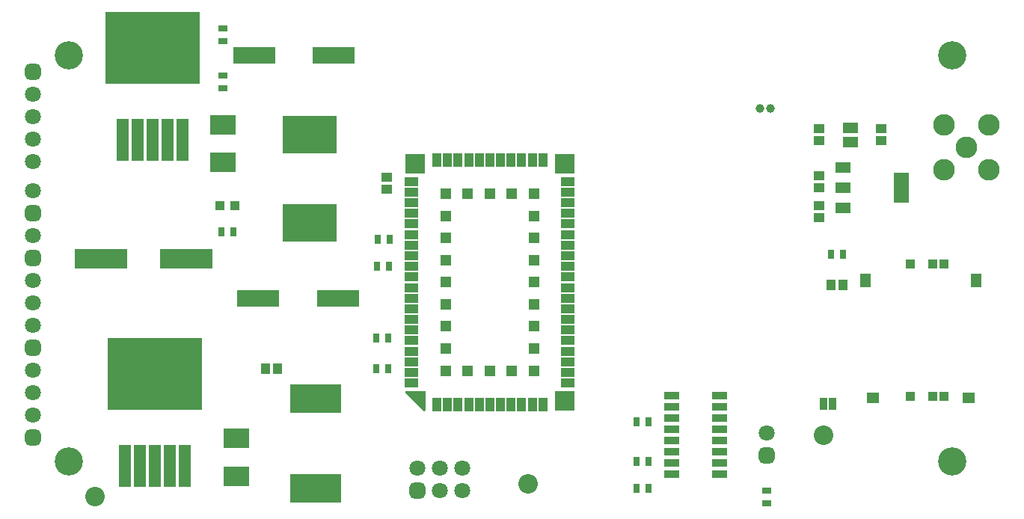
<source format=gts>
G04*
G04 #@! TF.GenerationSoftware,Altium Limited,Altium Designer,22.8.2 (66)*
G04*
G04 Layer_Color=8388736*
%FSLAX44Y44*%
%MOMM*%
G71*
G04*
G04 #@! TF.SameCoordinates,4CF3C48C-3265-4FA0-8EEF-0F06EE1AF109*
G04*
G04*
G04 #@! TF.FilePolarity,Negative*
G04*
G01*
G75*
%ADD14R,1.6732X1.1932*%
%ADD15R,0.7032X1.0032*%
%ADD16R,1.1032X1.0032*%
%ADD17R,1.4032X1.1532*%
%ADD18R,1.1532X1.6032*%
%ADD19R,5.9032X2.2032*%
%ADD20R,0.8382X1.4732*%
%ADD21C,2.2032*%
%ADD22R,1.0032X1.5032*%
%ADD23C,0.7032*%
%ADD24R,1.5032X1.0032*%
%ADD25R,1.3032X1.3032*%
%ADD26R,2.3032X2.3032*%
%ADD27R,5.8032X3.3032*%
%ADD28R,1.7532X0.8532*%
%ADD29R,6.2032X4.2032*%
%ADD30R,0.9832X1.1832*%
%ADD31R,4.7032X1.8532*%
%ADD32R,1.1832X0.9832*%
%ADD33R,1.0032X0.7032*%
%ADD34R,1.6532X1.1532*%
%ADD35R,1.6532X3.4532*%
%ADD36R,2.9032X2.2532*%
%ADD37R,10.7032X8.2032*%
%ADD38R,1.4032X4.8032*%
%ADD39R,1.0032X1.0032*%
%ADD40C,1.8032*%
G04:AMPARAMS|DCode=41|XSize=1.8032mm|YSize=1.8032mm|CornerRadius=0.5016mm|HoleSize=0mm|Usage=FLASHONLY|Rotation=180.000|XOffset=0mm|YOffset=0mm|HoleType=Round|Shape=RoundedRectangle|*
%AMROUNDEDRECTD41*
21,1,1.8032,0.8000,0,0,180.0*
21,1,0.8000,1.8032,0,0,180.0*
1,1,1.0032,-0.4000,0.4000*
1,1,1.0032,0.4000,0.4000*
1,1,1.0032,0.4000,-0.4000*
1,1,1.0032,-0.4000,-0.4000*
%
%ADD41ROUNDEDRECTD41*%
%ADD42C,3.2032*%
G04:AMPARAMS|DCode=43|XSize=1.8032mm|YSize=1.8032mm|CornerRadius=0.5016mm|HoleSize=0mm|Usage=FLASHONLY|Rotation=90.000|XOffset=0mm|YOffset=0mm|HoleType=Round|Shape=RoundedRectangle|*
%AMROUNDEDRECTD43*
21,1,1.8032,0.8000,0,0,90.0*
21,1,0.8000,1.8032,0,0,90.0*
1,1,1.0032,0.4000,0.4000*
1,1,1.0032,0.4000,-0.4000*
1,1,1.0032,-0.4000,-0.4000*
1,1,1.0032,-0.4000,0.4000*
%
%ADD43ROUNDEDRECTD43*%
%ADD44C,1.0032*%
%ADD45C,2.4532*%
G36*
X463133Y140009D02*
X463264Y139984D01*
X463390Y139941D01*
X463509Y139882D01*
X463620Y139808D01*
X463720Y139720D01*
X463808Y139620D01*
X463882Y139509D01*
X463941Y139390D01*
X463983Y139263D01*
X464010Y139133D01*
X464018Y139000D01*
Y118000D01*
X464010Y117867D01*
X463983Y117737D01*
X463941Y117610D01*
X463882Y117491D01*
X463808Y117380D01*
X463720Y117280D01*
X463620Y117192D01*
X463509Y117118D01*
X463390Y117059D01*
X463264Y117016D01*
X463133Y116990D01*
X463000Y116982D01*
X462867Y116990D01*
X462737Y117016D01*
X462610Y117059D01*
X462491Y117118D01*
X462380Y117192D01*
X462280Y117280D01*
X441280Y138280D01*
X441192Y138380D01*
X441118Y138491D01*
X441059Y138610D01*
X441017Y138736D01*
X440990Y138867D01*
X440982Y139000D01*
X440990Y139133D01*
X441017Y139263D01*
X441059Y139390D01*
X441118Y139509D01*
X441192Y139620D01*
X441280Y139720D01*
X441380Y139808D01*
X441491Y139882D01*
X441610Y139941D01*
X441736Y139984D01*
X441867Y140009D01*
X442000Y140018D01*
X463000D01*
X463133Y140009D01*
D02*
G37*
D14*
X945000Y438200D02*
D03*
Y421800D02*
D03*
D15*
X717000Y30000D02*
D03*
X703000D02*
D03*
Y105000D02*
D03*
X717000D02*
D03*
X247000Y320000D02*
D03*
X233000D02*
D03*
X717000Y60000D02*
D03*
X703000D02*
D03*
X923000Y295000D02*
D03*
X937000D02*
D03*
X423000Y281000D02*
D03*
X409000D02*
D03*
X424000Y312000D02*
D03*
X410000D02*
D03*
X422000Y200000D02*
D03*
X408000D02*
D03*
X422000Y165000D02*
D03*
X408000D02*
D03*
D16*
X1050700Y134150D02*
D03*
X1038300D02*
D03*
X1012900D02*
D03*
X1050700Y283550D02*
D03*
X1038300D02*
D03*
X1012900D02*
D03*
D17*
X970750Y131850D02*
D03*
X1079250D02*
D03*
D18*
X962400Y264950D02*
D03*
X1087600D02*
D03*
D19*
X193500Y290000D02*
D03*
X96500D02*
D03*
D20*
X915000Y125000D02*
D03*
X925000D02*
D03*
D21*
X915000Y90000D02*
D03*
X90000Y20000D02*
D03*
X580000Y35000D02*
D03*
D22*
X513000Y124500D02*
D03*
X477000D02*
D03*
X489000D02*
D03*
X501000D02*
D03*
X525000D02*
D03*
X537000D02*
D03*
X549000D02*
D03*
X561000D02*
D03*
X573000D02*
D03*
X585000D02*
D03*
X597000D02*
D03*
X501002Y401500D02*
D03*
X549002D02*
D03*
X525002D02*
D03*
X537002D02*
D03*
X489002D02*
D03*
X477002D02*
D03*
X513002D02*
D03*
X561002D02*
D03*
X573002D02*
D03*
X585002D02*
D03*
X597001D02*
D03*
D23*
X458000Y133500D02*
D03*
D24*
X448500Y149000D02*
D03*
Y161000D02*
D03*
Y173000D02*
D03*
Y185000D02*
D03*
Y197000D02*
D03*
Y209000D02*
D03*
Y221000D02*
D03*
Y233000D02*
D03*
Y245000D02*
D03*
X625500Y149000D02*
D03*
Y197000D02*
D03*
Y173000D02*
D03*
Y221000D02*
D03*
Y209000D02*
D03*
Y233000D02*
D03*
Y185000D02*
D03*
Y161000D02*
D03*
Y245000D02*
D03*
X448500Y257000D02*
D03*
Y269000D02*
D03*
Y281000D02*
D03*
Y293000D02*
D03*
Y305000D02*
D03*
Y317000D02*
D03*
Y329000D02*
D03*
Y341000D02*
D03*
Y353000D02*
D03*
Y365000D02*
D03*
Y377000D02*
D03*
X625500Y305000D02*
D03*
Y341000D02*
D03*
Y293000D02*
D03*
Y269000D02*
D03*
Y317000D02*
D03*
Y257000D02*
D03*
Y281000D02*
D03*
Y329000D02*
D03*
Y353000D02*
D03*
Y377000D02*
D03*
Y365000D02*
D03*
D25*
X487000Y163000D02*
D03*
X562000D02*
D03*
X537002D02*
D03*
X512000D02*
D03*
X487000Y188000D02*
D03*
Y213000D02*
D03*
Y238000D02*
D03*
X587003Y188000D02*
D03*
Y213000D02*
D03*
Y163000D02*
D03*
Y238000D02*
D03*
X487000Y263000D02*
D03*
Y288000D02*
D03*
Y313000D02*
D03*
X587003D02*
D03*
X487000Y338000D02*
D03*
X537002Y363000D02*
D03*
X512000D02*
D03*
X487000D02*
D03*
X562000D02*
D03*
X587000D02*
D03*
X587003Y288000D02*
D03*
Y263000D02*
D03*
Y338000D02*
D03*
D26*
X621500Y128500D02*
D03*
X452500Y397500D02*
D03*
X621500D02*
D03*
D27*
X340000Y30000D02*
D03*
Y131000D02*
D03*
D28*
X742750Y45550D02*
D03*
Y58250D02*
D03*
Y70950D02*
D03*
Y83650D02*
D03*
Y96350D02*
D03*
Y109050D02*
D03*
Y121750D02*
D03*
Y134450D02*
D03*
X797250D02*
D03*
Y121750D02*
D03*
Y109050D02*
D03*
Y96350D02*
D03*
Y83650D02*
D03*
Y70950D02*
D03*
Y58250D02*
D03*
Y45550D02*
D03*
D29*
X333000Y430000D02*
D03*
Y330000D02*
D03*
D30*
X923000Y260000D02*
D03*
X937000D02*
D03*
X297000Y165000D02*
D03*
X283000D02*
D03*
D31*
X365000Y245000D02*
D03*
X275000D02*
D03*
X360000Y520000D02*
D03*
X270000D02*
D03*
D32*
X910000Y384000D02*
D03*
Y370000D02*
D03*
Y350000D02*
D03*
Y336000D02*
D03*
X980000Y437000D02*
D03*
Y423000D02*
D03*
X910000Y437000D02*
D03*
Y423000D02*
D03*
X420000Y368000D02*
D03*
Y382000D02*
D03*
D33*
X850000Y13000D02*
D03*
Y27000D02*
D03*
X235000Y497000D02*
D03*
Y483000D02*
D03*
Y550000D02*
D03*
Y536000D02*
D03*
D34*
X937000Y392900D02*
D03*
Y370000D02*
D03*
Y347100D02*
D03*
D35*
X1003000Y370000D02*
D03*
D36*
X250000Y86500D02*
D03*
Y43500D02*
D03*
X235000Y441500D02*
D03*
Y398500D02*
D03*
D37*
X158000Y159000D02*
D03*
X155000Y528000D02*
D03*
D38*
X124000Y55330D02*
D03*
X141000D02*
D03*
X158000D02*
D03*
X175000D02*
D03*
X192000D02*
D03*
X121000Y424330D02*
D03*
X138000D02*
D03*
X155000D02*
D03*
X172000D02*
D03*
X189000D02*
D03*
D39*
X248250Y350000D02*
D03*
X231750D02*
D03*
D40*
X850000Y92700D02*
D03*
X20000Y366600D02*
D03*
Y315800D02*
D03*
Y163400D02*
D03*
Y138000D02*
D03*
Y112600D02*
D03*
Y265000D02*
D03*
Y239600D02*
D03*
Y214200D02*
D03*
Y476200D02*
D03*
Y450800D02*
D03*
Y425400D02*
D03*
Y400000D02*
D03*
X454600Y52698D02*
D03*
X480000Y27298D02*
D03*
Y52698D02*
D03*
X505400Y27298D02*
D03*
Y52698D02*
D03*
D41*
X850000Y67300D02*
D03*
X20000Y341200D02*
D03*
Y290400D02*
D03*
Y87200D02*
D03*
Y188800D02*
D03*
Y501600D02*
D03*
D42*
X60000Y60000D02*
D03*
Y520000D02*
D03*
X1060000D02*
D03*
Y60000D02*
D03*
D43*
X454600Y27298D02*
D03*
D44*
X855000Y460000D02*
D03*
X842500D02*
D03*
D45*
X1051200Y390000D02*
D03*
Y440800D02*
D03*
X1102000Y390000D02*
D03*
Y440800D02*
D03*
X1076600Y415400D02*
D03*
M02*

</source>
